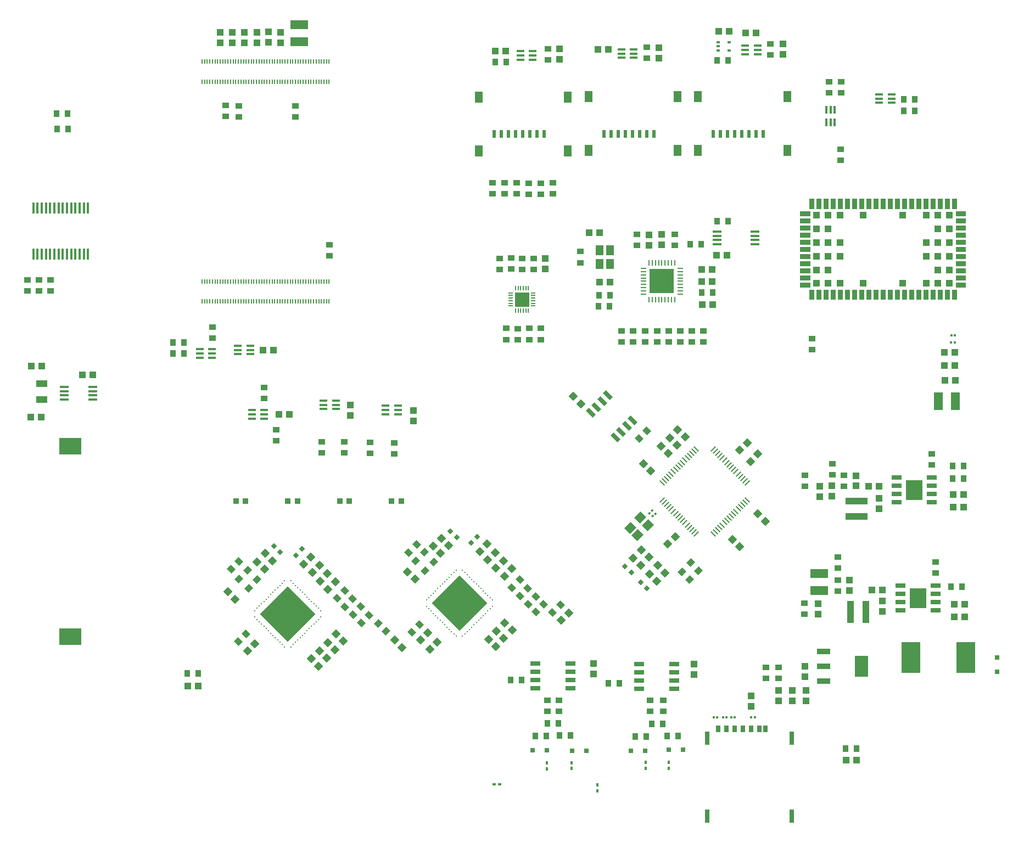
<source format=gtp>
G04*
G04 #@! TF.GenerationSoftware,Altium Limited,Altium Designer,25.5.2 (35)*
G04*
G04 Layer_Color=8421504*
%FSLAX44Y44*%
%MOMM*%
G71*
G04*
G04 #@! TF.SameCoordinates,7FE83EBB-F424-4E48-BF24-F714E467DA33*
G04*
G04*
G04 #@! TF.FilePolarity,Positive*
G04*
G01*
G75*
%ADD18R,0.9000X1.0000*%
%ADD19R,1.2000X0.4000*%
%ADD20R,1.0500X1.0500*%
%ADD21R,0.3600X0.3300*%
%ADD22R,1.0000X1.0000*%
%ADD23R,1.0000X0.9000*%
%ADD24R,1.0000X1.0000*%
%ADD25R,1.2500X1.8000*%
%ADD26R,0.4000X1.2000*%
%ADD27R,0.6000X0.4000*%
%ADD28R,0.6000X1.3000*%
%ADD29R,1.4750X0.4500*%
%ADD30R,1.1999X1.5001*%
G04:AMPARAMS|DCode=31|XSize=3.7mm|YSize=3.7mm|CornerRadius=0mm|HoleSize=0mm|Usage=FLASHONLY|Rotation=180.000|XOffset=0mm|YOffset=0mm|HoleType=Round|Shape=RoundedRectangle|*
%AMROUNDEDRECTD31*
21,1,3.7000,3.7000,0,0,180.0*
21,1,3.7000,3.7000,0,0,180.0*
1,1,0.0000,-1.8500,1.8500*
1,1,0.0000,1.8500,1.8500*
1,1,0.0000,1.8500,-1.8500*
1,1,0.0000,-1.8500,-1.8500*
%
%ADD31ROUNDEDRECTD31*%
%ADD32R,1.4800X2.8200*%
%ADD33R,1.5250X0.6500*%
%ADD34R,2.6000X3.1000*%
%ADD35R,0.8001X0.8001*%
%ADD36R,2.8200X1.4800*%
%ADD37R,2.1500X0.9500*%
%ADD38P,1.4142X4X360.0*%
%ADD39P,1.4142X4X90.0*%
G04:AMPARAMS|DCode=40|XSize=1.5mm|YSize=0.65mm|CornerRadius=0mm|HoleSize=0mm|Usage=FLASHONLY|Rotation=135.000|XOffset=0mm|YOffset=0mm|HoleType=Round|Shape=Rectangle|*
%AMROTATEDRECTD40*
4,1,4,0.7601,-0.3005,0.3005,-0.7601,-0.7601,0.3005,-0.3005,0.7601,0.7601,-0.3005,0.0*
%
%ADD40ROTATEDRECTD40*%

G04:AMPARAMS|DCode=41|XSize=0.22mm|YSize=1mm|CornerRadius=0mm|HoleSize=0mm|Usage=FLASHONLY|Rotation=135.000|XOffset=0mm|YOffset=0mm|HoleType=Round|Shape=Rectangle|*
%AMROTATEDRECTD41*
4,1,4,0.4313,0.2758,-0.2758,-0.4313,-0.4313,-0.2758,0.2758,0.4313,0.4313,0.2758,0.0*
%
%ADD41ROTATEDRECTD41*%

G04:AMPARAMS|DCode=42|XSize=0.22mm|YSize=1mm|CornerRadius=0mm|HoleSize=0mm|Usage=FLASHONLY|Rotation=45.000|XOffset=0mm|YOffset=0mm|HoleType=Round|Shape=Rectangle|*
%AMROTATEDRECTD42*
4,1,4,0.2758,-0.4313,-0.4313,0.2758,-0.2758,0.4313,0.4313,-0.2758,0.2758,-0.4313,0.0*
%
%ADD42ROTATEDRECTD42*%

G04:AMPARAMS|DCode=43|XSize=1mm|YSize=0.9mm|CornerRadius=0mm|HoleSize=0mm|Usage=FLASHONLY|Rotation=45.000|XOffset=0mm|YOffset=0mm|HoleType=Round|Shape=Rectangle|*
%AMROTATEDRECTD43*
4,1,4,-0.0354,-0.6718,-0.6718,-0.0354,0.0354,0.6718,0.6718,0.0354,-0.0354,-0.6718,0.0*
%
%ADD43ROTATEDRECTD43*%

G04:AMPARAMS|DCode=44|XSize=1.4mm|YSize=1.2mm|CornerRadius=0mm|HoleSize=0mm|Usage=FLASHONLY|Rotation=225.000|XOffset=0mm|YOffset=0mm|HoleType=Round|Shape=Rectangle|*
%AMROTATEDRECTD44*
4,1,4,0.0707,0.9192,0.9192,0.0707,-0.0707,-0.9192,-0.9192,-0.0707,0.0707,0.9192,0.0*
%
%ADD44ROTATEDRECTD44*%

%ADD45R,1.5000X0.6500*%
%ADD46R,0.8000X1.1400*%
%ADD47R,0.8001X0.8001*%
%ADD48R,0.4000X0.5500*%
%ADD49R,0.2000X0.7000*%
%ADD50R,2.3000X2.3000*%
%ADD51R,0.4500X1.8000*%
%ADD52C,0.3000*%
G04:AMPARAMS|DCode=53|XSize=6mm|YSize=6mm|CornerRadius=0mm|HoleSize=0mm|Usage=FLASHONLY|Rotation=315.000|XOffset=0mm|YOffset=0mm|HoleType=Round|Shape=RoundedRectangle|*
%AMROUNDEDRECTD53*
21,1,6.0000,6.0000,0,0,315.0*
21,1,6.0000,6.0000,0,0,315.0*
1,1,0.0000,0.0000,-4.2426*
1,1,0.0000,-4.2426,0.0000*
1,1,0.0000,0.0000,4.2426*
1,1,0.0000,4.2426,0.0000*
%
%ADD53ROUNDEDRECTD53*%
G04:AMPARAMS|DCode=54|XSize=1mm|YSize=0.9mm|CornerRadius=0mm|HoleSize=0mm|Usage=FLASHONLY|Rotation=315.000|XOffset=0mm|YOffset=0mm|HoleType=Round|Shape=Rectangle|*
%AMROTATEDRECTD54*
4,1,4,-0.6718,0.0354,-0.0354,0.6718,0.6718,-0.0354,0.0354,-0.6718,-0.6718,0.0354,0.0*
%
%ADD54ROTATEDRECTD54*%

%ADD55R,0.5500X0.4000*%
%ADD56R,1.4000X0.4500*%
%ADD57R,3.5000X2.6000*%
G04:AMPARAMS|DCode=58|XSize=0.7mm|YSize=0.65mm|CornerRadius=0mm|HoleSize=0mm|Usage=FLASHONLY|Rotation=315.000|XOffset=0mm|YOffset=0mm|HoleType=Round|Shape=Rectangle|*
%AMROTATEDRECTD58*
4,1,4,-0.4773,0.0177,-0.0177,0.4773,0.4773,-0.0177,0.0177,-0.4773,-0.4773,0.0177,0.0*
%
%ADD58ROTATEDRECTD58*%

G04:AMPARAMS|DCode=59|XSize=0.7mm|YSize=0.65mm|CornerRadius=0mm|HoleSize=0mm|Usage=FLASHONLY|Rotation=45.000|XOffset=0mm|YOffset=0mm|HoleType=Round|Shape=Rectangle|*
%AMROTATEDRECTD59*
4,1,4,-0.0177,-0.4773,-0.4773,-0.0177,0.0177,0.4773,0.4773,0.0177,-0.0177,-0.4773,0.0*
%
%ADD59ROTATEDRECTD59*%

%ADD60R,0.9000X0.2800*%
%ADD61R,0.2800X0.9000*%
%ADD62R,0.7000X0.2000*%
%ADD63R,1.8001X1.0000*%
G04:AMPARAMS|DCode=64|XSize=0.36mm|YSize=0.33mm|CornerRadius=0mm|HoleSize=0mm|Usage=FLASHONLY|Rotation=225.000|XOffset=0mm|YOffset=0mm|HoleType=Round|Shape=Rectangle|*
%AMROTATEDRECTD64*
4,1,4,0.0106,0.2439,0.2439,0.0106,-0.0106,-0.2439,-0.2439,-0.0106,0.0106,0.2439,0.0*
%
%ADD64ROTATEDRECTD64*%

%ADD65R,0.9500X0.9500*%
%ADD66R,2.1500X3.3000*%
%ADD67R,0.7000X2.1000*%
%ADD68R,0.9800X3.4000*%
%ADD69R,3.0000X4.7501*%
%ADD70R,3.4000X0.9800*%
G36*
X1484000Y950250D02*
X1476500D01*
Y965750D01*
X1484000D01*
Y950250D01*
D02*
G37*
G36*
X1473000D02*
X1465500D01*
Y965750D01*
X1473000D01*
Y950250D01*
D02*
G37*
G36*
X1462000D02*
X1454500D01*
Y965750D01*
X1462000D01*
Y950250D01*
D02*
G37*
G36*
X1451000D02*
X1443500D01*
Y965750D01*
X1451000D01*
Y950250D01*
D02*
G37*
G36*
X1440000D02*
X1432500D01*
Y965750D01*
X1440000D01*
Y950250D01*
D02*
G37*
G36*
X1429000D02*
X1421500D01*
Y965750D01*
X1429000D01*
Y950250D01*
D02*
G37*
G36*
X1418000D02*
X1410500D01*
Y965750D01*
X1418000D01*
Y950250D01*
D02*
G37*
G36*
X1407000D02*
X1399500D01*
Y965750D01*
X1407000D01*
Y950250D01*
D02*
G37*
G36*
X1396000D02*
X1388500D01*
Y965750D01*
X1396000D01*
Y950250D01*
D02*
G37*
G36*
X1385000D02*
X1377500D01*
Y965750D01*
X1385000D01*
Y950250D01*
D02*
G37*
G36*
X1374000D02*
X1366500D01*
Y965750D01*
X1374000D01*
Y950250D01*
D02*
G37*
G36*
X1363000D02*
X1355500D01*
Y965750D01*
X1363000D01*
Y950250D01*
D02*
G37*
G36*
X1352000D02*
X1344500D01*
Y965750D01*
X1352000D01*
Y950250D01*
D02*
G37*
G36*
X1341000D02*
X1333500D01*
Y965750D01*
X1341000D01*
Y950250D01*
D02*
G37*
G36*
X1330000D02*
X1322500D01*
Y965750D01*
X1330000D01*
Y950250D01*
D02*
G37*
G36*
X1319000D02*
X1311500D01*
Y965750D01*
X1319000D01*
Y950250D01*
D02*
G37*
G36*
X1308000D02*
X1300500D01*
Y965750D01*
X1308000D01*
Y950250D01*
D02*
G37*
G36*
X1297000D02*
X1289500D01*
Y965750D01*
X1297000D01*
Y950250D01*
D02*
G37*
G36*
X1286000D02*
X1278500D01*
Y965750D01*
X1286000D01*
Y950250D01*
D02*
G37*
G36*
X1275000D02*
X1267500D01*
Y965750D01*
X1275000D01*
Y950250D01*
D02*
G37*
G36*
X1264000D02*
X1256500D01*
Y965750D01*
X1264000D01*
Y950250D01*
D02*
G37*
G36*
X1498000Y939250D02*
X1482500D01*
Y946750D01*
X1498000D01*
Y939250D01*
D02*
G37*
G36*
X1258000D02*
X1242500D01*
Y946750D01*
X1258000D01*
Y939250D01*
D02*
G37*
G36*
X1498000Y928250D02*
X1482500D01*
Y935750D01*
X1498000D01*
Y928250D01*
D02*
G37*
G36*
X1258000D02*
X1242500D01*
Y935750D01*
X1258000D01*
Y928250D01*
D02*
G37*
G36*
X1498000Y917250D02*
X1482500D01*
Y924750D01*
X1498000D01*
Y917250D01*
D02*
G37*
G36*
X1258000D02*
X1242500D01*
Y924750D01*
X1258000D01*
Y917250D01*
D02*
G37*
G36*
X1498000Y906250D02*
X1482500D01*
Y913750D01*
X1498000D01*
Y906250D01*
D02*
G37*
G36*
X1258000D02*
X1242500D01*
Y913750D01*
X1258000D01*
Y906250D01*
D02*
G37*
G36*
X1498000Y895250D02*
X1482500D01*
Y902750D01*
X1498000D01*
Y895250D01*
D02*
G37*
G36*
X1258000D02*
X1242500D01*
Y902750D01*
X1258000D01*
Y895250D01*
D02*
G37*
G36*
X1498000Y884250D02*
X1482500D01*
Y891750D01*
X1498000D01*
Y884250D01*
D02*
G37*
G36*
X1258000D02*
X1242500D01*
Y891750D01*
X1258000D01*
Y884250D01*
D02*
G37*
G36*
X1498000Y873250D02*
X1482500D01*
Y880750D01*
X1498000D01*
Y873250D01*
D02*
G37*
G36*
X1258000D02*
X1242500D01*
Y880750D01*
X1258000D01*
Y873250D01*
D02*
G37*
G36*
X1498000Y862250D02*
X1482500D01*
Y869750D01*
X1498000D01*
Y862250D01*
D02*
G37*
G36*
X1258000D02*
X1242500D01*
Y869750D01*
X1258000D01*
Y862250D01*
D02*
G37*
G36*
X1498000Y851250D02*
X1482500D01*
Y858750D01*
X1498000D01*
Y851250D01*
D02*
G37*
G36*
X1258000D02*
X1242500D01*
Y858750D01*
X1258000D01*
Y851250D01*
D02*
G37*
G36*
X1498000Y840250D02*
X1482500D01*
Y847750D01*
X1498000D01*
Y840250D01*
D02*
G37*
G36*
X1258000D02*
X1242500D01*
Y847750D01*
X1258000D01*
Y840250D01*
D02*
G37*
G36*
X1498000Y829250D02*
X1482500D01*
Y836750D01*
X1498000D01*
Y829250D01*
D02*
G37*
G36*
X1258000D02*
X1242500D01*
Y836750D01*
X1258000D01*
Y829250D01*
D02*
G37*
G36*
X1484000Y810250D02*
X1476500D01*
Y825750D01*
X1484000D01*
Y810250D01*
D02*
G37*
G36*
X1473000D02*
X1465500D01*
Y825750D01*
X1473000D01*
Y810250D01*
D02*
G37*
G36*
X1462000D02*
X1454500D01*
Y825750D01*
X1462000D01*
Y810250D01*
D02*
G37*
G36*
X1451000D02*
X1443500D01*
Y825750D01*
X1451000D01*
Y810250D01*
D02*
G37*
G36*
X1440000D02*
X1432500D01*
Y825750D01*
X1440000D01*
Y810250D01*
D02*
G37*
G36*
X1429000D02*
X1421500D01*
Y825750D01*
X1429000D01*
Y810250D01*
D02*
G37*
G36*
X1418000D02*
X1410500D01*
Y825750D01*
X1418000D01*
Y810250D01*
D02*
G37*
G36*
X1407000D02*
X1399500D01*
Y825750D01*
X1407000D01*
Y810250D01*
D02*
G37*
G36*
X1396000D02*
X1388500D01*
Y825750D01*
X1396000D01*
Y810250D01*
D02*
G37*
G36*
X1385000D02*
X1377500D01*
Y825750D01*
X1385000D01*
Y810250D01*
D02*
G37*
G36*
X1374000D02*
X1366500D01*
Y825750D01*
X1374000D01*
Y810250D01*
D02*
G37*
G36*
X1363000D02*
X1355500D01*
Y825750D01*
X1363000D01*
Y810250D01*
D02*
G37*
G36*
X1352000D02*
X1344500D01*
Y825750D01*
X1352000D01*
Y810250D01*
D02*
G37*
G36*
X1341000D02*
X1333500D01*
Y825750D01*
X1341000D01*
Y810250D01*
D02*
G37*
G36*
X1330000D02*
X1322500D01*
Y825750D01*
X1330000D01*
Y810250D01*
D02*
G37*
G36*
X1319000D02*
X1311500D01*
Y825750D01*
X1319000D01*
Y810250D01*
D02*
G37*
G36*
X1308000D02*
X1300500D01*
Y825750D01*
X1308000D01*
Y810250D01*
D02*
G37*
G36*
X1297000D02*
X1289500D01*
Y825750D01*
X1297000D01*
Y810250D01*
D02*
G37*
G36*
X1286000D02*
X1278500D01*
Y825750D01*
X1286000D01*
Y810250D01*
D02*
G37*
G36*
X1275000D02*
X1267500D01*
Y825750D01*
X1275000D01*
Y810250D01*
D02*
G37*
G36*
X1264000D02*
X1256500D01*
Y825750D01*
X1264000D01*
Y810250D01*
D02*
G37*
D18*
X1419500Y1101750D02*
D03*
X1114750Y1179250D02*
D03*
X1107500Y821000D02*
D03*
X1494897Y553515D02*
D03*
X947000Y218500D02*
D03*
X988500Y136750D02*
D03*
X772000Y1176750D02*
D03*
X275250Y744500D02*
D03*
X796000Y224000D02*
D03*
X834500Y137250D02*
D03*
X1131250Y931500D02*
D03*
X1072750Y896000D02*
D03*
X1329750Y118000D02*
D03*
X314500Y233750D02*
D03*
X1054250Y137000D02*
D03*
X888000Y138250D02*
D03*
X813000Y224000D02*
D03*
X851500Y137250D02*
D03*
X853000Y156500D02*
D03*
X871000Y138250D02*
D03*
X870000Y156500D02*
D03*
X297500Y233750D02*
D03*
X1402500Y1101750D02*
D03*
X1419000Y1119750D02*
D03*
X1402000D02*
D03*
X1312750Y118000D02*
D03*
X292250Y744500D02*
D03*
X275250Y727250D02*
D03*
X292250D02*
D03*
X1090500Y821000D02*
D03*
X932250Y817500D02*
D03*
X949250D02*
D03*
X931750Y800500D02*
D03*
X948750D02*
D03*
X1089750Y896000D02*
D03*
X1114250Y931500D02*
D03*
X1131750Y1179250D02*
D03*
X789000Y1176750D02*
D03*
X964000Y218500D02*
D03*
X1030250Y155500D02*
D03*
X1013250D02*
D03*
X1037250Y137000D02*
D03*
X1005500Y136750D02*
D03*
X114000Y1073500D02*
D03*
X97000D02*
D03*
X96000Y1097500D02*
D03*
X113000D02*
D03*
X1477897Y553515D02*
D03*
X1494647Y534515D02*
D03*
X1477647D02*
D03*
X1492000Y367750D02*
D03*
X1475000D02*
D03*
D19*
X1383250Y1114000D02*
D03*
X1157750Y1195500D02*
D03*
X967000Y1190000D02*
D03*
X811000Y1187250D02*
D03*
X603250Y640250D02*
D03*
X507500Y648000D02*
D03*
X375500Y732750D02*
D03*
X316500Y734000D02*
D03*
X397250Y633500D02*
D03*
X1157750Y1202000D02*
D03*
X967000Y1196500D02*
D03*
X811000Y1193750D02*
D03*
X394500Y732750D02*
D03*
X622250Y640250D02*
D03*
X526500Y648000D02*
D03*
X416250Y633500D02*
D03*
X967000Y1183500D02*
D03*
X986000Y1196500D02*
D03*
X416250Y627000D02*
D03*
Y640000D02*
D03*
X1364250Y1114000D02*
D03*
Y1120500D02*
D03*
Y1127000D02*
D03*
X1383250D02*
D03*
Y1120500D02*
D03*
X394500Y726250D02*
D03*
Y739250D02*
D03*
X375500Y726250D02*
D03*
Y739250D02*
D03*
X316500Y727500D02*
D03*
Y721000D02*
D03*
X335500D02*
D03*
Y727500D02*
D03*
Y734000D02*
D03*
X1176750Y1202000D02*
D03*
Y1195500D02*
D03*
Y1189000D02*
D03*
X1157750D02*
D03*
X830000Y1193750D02*
D03*
Y1187250D02*
D03*
Y1180750D02*
D03*
X811000D02*
D03*
X397250Y640000D02*
D03*
Y627000D02*
D03*
X603250Y646750D02*
D03*
Y633750D02*
D03*
X622250D02*
D03*
Y646750D02*
D03*
X507500Y654500D02*
D03*
Y641500D02*
D03*
X526500D02*
D03*
Y654500D02*
D03*
X986000Y1183500D02*
D03*
Y1190000D02*
D03*
D20*
X1472750Y940500D02*
D03*
X1303750Y877500D02*
D03*
Y898500D02*
D03*
X1436750Y877500D02*
D03*
Y898500D02*
D03*
X1267750Y835500D02*
D03*
Y856500D02*
D03*
Y877500D02*
D03*
Y898500D02*
D03*
Y919500D02*
D03*
Y940500D02*
D03*
X1285750Y835500D02*
D03*
Y856500D02*
D03*
Y877500D02*
D03*
Y898500D02*
D03*
Y919500D02*
D03*
Y940500D02*
D03*
X1303750Y835500D02*
D03*
Y940500D02*
D03*
X1339750Y835500D02*
D03*
Y940500D02*
D03*
X1400750Y835500D02*
D03*
Y940500D02*
D03*
X1436750Y835500D02*
D03*
Y940500D02*
D03*
X1454750Y835500D02*
D03*
Y856500D02*
D03*
Y877500D02*
D03*
Y898500D02*
D03*
Y919500D02*
D03*
Y940500D02*
D03*
X1472750Y835500D02*
D03*
Y856500D02*
D03*
Y877500D02*
D03*
Y898500D02*
D03*
Y919500D02*
D03*
D21*
X1475630Y755520D02*
D03*
X1475430Y743980D02*
D03*
X1172550Y166000D02*
D03*
X1136250Y166250D02*
D03*
X1123450Y166000D02*
D03*
X1108900D02*
D03*
X1481030Y743980D02*
D03*
X1481230Y755520D02*
D03*
X1114500Y166000D02*
D03*
X1166950D02*
D03*
X1129050D02*
D03*
X1141850Y166250D02*
D03*
D22*
X1465500Y685750D02*
D03*
X1465251Y729000D02*
D03*
X1465250Y708500D02*
D03*
X1174250Y1222000D02*
D03*
X1116750Y1224000D02*
D03*
X930500Y1196500D02*
D03*
X1129750Y879250D02*
D03*
X1107000Y857250D02*
D03*
X917249Y914001D02*
D03*
X1106750Y838500D02*
D03*
X933249Y837500D02*
D03*
X1107250Y803000D02*
D03*
X1494147Y510015D02*
D03*
X1494647Y490765D02*
D03*
X1496250Y340500D02*
D03*
X1353250Y362500D02*
D03*
X1496500Y321000D02*
D03*
X1348397Y522765D02*
D03*
X1329250Y99750D02*
D03*
X772750Y1194000D02*
D03*
X455000Y633750D02*
D03*
X429997Y732748D02*
D03*
X314250Y214750D02*
D03*
X136000Y694500D02*
D03*
X57250Y708250D02*
D03*
X56000Y629000D02*
D03*
X1158250Y1222000D02*
D03*
X1113750Y879250D02*
D03*
X1091000Y857250D02*
D03*
X1091250Y803000D02*
D03*
X946500Y1196500D02*
D03*
X788750Y1194000D02*
D03*
X413997Y732748D02*
D03*
X439000Y633750D02*
D03*
X298250Y214750D02*
D03*
X73250Y708250D02*
D03*
X72000Y629000D02*
D03*
X152000Y694500D02*
D03*
X1481500Y685750D02*
D03*
X1481250Y708500D02*
D03*
X1481250Y729000D02*
D03*
X1313250Y99750D02*
D03*
X1090750Y838500D02*
D03*
X933249Y914001D02*
D03*
X949249Y837500D02*
D03*
X1132750Y1224000D02*
D03*
X1478647Y490765D02*
D03*
X1478147Y510015D02*
D03*
X1364397Y522765D02*
D03*
X1480500Y321000D02*
D03*
X1480250Y340500D02*
D03*
X1369250Y362500D02*
D03*
D23*
X1305500Y1146500D02*
D03*
X1260500Y733250D02*
D03*
X1291897Y557515D02*
D03*
X1301000Y413000D02*
D03*
X831750Y874000D02*
D03*
X789500Y749000D02*
D03*
X516500Y895250D02*
D03*
X967250Y745250D02*
D03*
X985000Y745500D02*
D03*
X1049000Y911250D02*
D03*
X990750Y911500D02*
D03*
X1209500Y243250D02*
D03*
X1189500Y243250D02*
D03*
X579250Y590250D02*
D03*
X616750Y589750D02*
D03*
X539750Y591000D02*
D03*
X505000Y591500D02*
D03*
X415500Y674750D02*
D03*
X434500Y593000D02*
D03*
X1189500Y226250D02*
D03*
X376750Y1092250D02*
D03*
X356500Y1093500D02*
D03*
X1093000Y745250D02*
D03*
Y762250D02*
D03*
X1075500Y745250D02*
D03*
Y762250D02*
D03*
X852500Y192500D02*
D03*
X1451500Y405750D02*
D03*
X1249250Y325000D02*
D03*
X870500Y192250D02*
D03*
X852500Y175500D02*
D03*
X870500Y175250D02*
D03*
X831750Y857000D02*
D03*
X842500Y766000D02*
D03*
Y749000D02*
D03*
X825000Y766000D02*
D03*
Y749000D02*
D03*
X807000Y765750D02*
D03*
Y748750D02*
D03*
X814000Y857000D02*
D03*
Y874000D02*
D03*
X796500Y857500D02*
D03*
Y874500D02*
D03*
X779000Y857250D02*
D03*
Y874250D02*
D03*
X789500Y766000D02*
D03*
X824250Y973250D02*
D03*
X787000Y973500D02*
D03*
X805250D02*
D03*
X768500Y974000D02*
D03*
X86250Y824250D02*
D03*
X1005750Y1200000D02*
D03*
X434500Y610000D02*
D03*
X415500Y657750D02*
D03*
X1305250Y1042500D02*
D03*
Y1025500D02*
D03*
X1260500Y750250D02*
D03*
X1287500Y1146250D02*
D03*
Y1129250D02*
D03*
X1305500Y1129500D02*
D03*
X336250Y751250D02*
D03*
Y768250D02*
D03*
X86250Y841250D02*
D03*
X51250Y824000D02*
D03*
Y841000D02*
D03*
X68750Y824000D02*
D03*
Y841000D02*
D03*
X1451500Y388750D02*
D03*
X464500Y1092250D02*
D03*
X505000Y574500D02*
D03*
X539750Y574000D02*
D03*
X579250Y573250D02*
D03*
X616750Y572750D02*
D03*
X861250Y973500D02*
D03*
X842500Y973250D02*
D03*
X1057250Y762500D02*
D03*
Y745500D02*
D03*
X1021750Y762250D02*
D03*
Y745250D02*
D03*
X1039500Y762500D02*
D03*
Y745500D02*
D03*
X1003500Y762500D02*
D03*
Y745500D02*
D03*
X967250Y762250D02*
D03*
X985000Y762500D02*
D03*
X990750Y894500D02*
D03*
X1049000Y894250D02*
D03*
X903499Y867500D02*
D03*
Y884501D02*
D03*
X1196250Y1205000D02*
D03*
Y1188000D02*
D03*
X853750Y1197500D02*
D03*
X787000Y990500D02*
D03*
X768500Y991000D02*
D03*
X824250Y990250D02*
D03*
X861250Y990500D02*
D03*
X842500Y990250D02*
D03*
X805250Y990500D02*
D03*
X1005750Y1183000D02*
D03*
X853750Y1180500D02*
D03*
X1010750Y175500D02*
D03*
Y192500D02*
D03*
X1031500Y175250D02*
D03*
Y192250D02*
D03*
X516500Y878250D02*
D03*
X464500Y1109250D02*
D03*
X356500Y1110500D02*
D03*
X376750Y1109250D02*
D03*
X1209500Y226250D02*
D03*
X1445147Y555515D02*
D03*
Y572515D02*
D03*
X1250000Y539500D02*
D03*
Y522500D02*
D03*
X1291897Y540515D02*
D03*
X1310147Y539765D02*
D03*
Y522765D02*
D03*
X1301000Y396000D02*
D03*
X1249250Y342000D02*
D03*
X1301000Y377500D02*
D03*
Y360500D02*
D03*
D24*
X1215750Y1188750D02*
D03*
X1024500Y1183250D02*
D03*
X871750Y1181000D02*
D03*
X1029250Y911000D02*
D03*
X1009250Y910500D02*
D03*
X1291647Y507015D02*
D03*
X1272397Y506765D02*
D03*
X1270500Y325000D02*
D03*
X1250000Y228750D02*
D03*
X1079000Y232500D02*
D03*
X923750Y232750D02*
D03*
X1251500Y191500D02*
D03*
X1230750Y191750D02*
D03*
X1209500D02*
D03*
X1166750Y199000D02*
D03*
X441500Y1223000D02*
D03*
X423000Y1223250D02*
D03*
X385500Y1223000D02*
D03*
X404500Y1222750D02*
D03*
X366750Y1223000D02*
D03*
X347750D02*
D03*
X849250Y873750D02*
D03*
X646088Y622953D02*
D03*
X548500Y631500D02*
D03*
X1029250Y895000D02*
D03*
X849250Y857750D02*
D03*
X548500Y647500D02*
D03*
X646088Y638953D02*
D03*
X1250000Y244750D02*
D03*
X1079000Y248500D02*
D03*
X923750Y248750D02*
D03*
X441500Y1207000D02*
D03*
X423000Y1207250D02*
D03*
X385500Y1207000D02*
D03*
X404500Y1206750D02*
D03*
X366750Y1207000D02*
D03*
X347750D02*
D03*
X1024500Y1199250D02*
D03*
X1166750Y183000D02*
D03*
X1009250Y894500D02*
D03*
X1215750Y1204750D02*
D03*
X871750Y1197000D02*
D03*
X1209500Y207750D02*
D03*
X1230750D02*
D03*
X1251500Y207500D02*
D03*
X1272397Y522765D02*
D03*
X1291647Y523015D02*
D03*
X1328897Y539015D02*
D03*
Y523015D02*
D03*
X1364147Y503515D02*
D03*
Y487515D02*
D03*
X1270500Y341000D02*
D03*
X1318500Y378000D02*
D03*
Y362000D02*
D03*
X1369250Y345250D02*
D03*
Y329250D02*
D03*
D25*
X1222450Y1123500D02*
D03*
Y1040500D02*
D03*
X1084950Y1123500D02*
D03*
X1053500Y1123500D02*
D03*
X916000D02*
D03*
X884450Y1123000D02*
D03*
X1084950Y1040500D02*
D03*
X1053500D02*
D03*
X916000D02*
D03*
X884450Y1040000D02*
D03*
X746950Y1123000D02*
D03*
Y1040000D02*
D03*
D26*
X1295932Y1103249D02*
D03*
Y1084249D02*
D03*
X1289432D02*
D03*
X1282932D02*
D03*
Y1103249D02*
D03*
X1289432D02*
D03*
D27*
X1115750Y1194750D02*
D03*
Y1207750D02*
D03*
Y1201250D02*
D03*
X1132750Y1207750D02*
D03*
Y1194750D02*
D03*
D28*
X1130750Y1066500D02*
D03*
X961800D02*
D03*
X792750Y1066000D02*
D03*
X994800Y1066500D02*
D03*
X1005800D02*
D03*
X1108750D02*
D03*
X983800D02*
D03*
X1016800D02*
D03*
X972800D02*
D03*
X939800D02*
D03*
X950800D02*
D03*
X1185750D02*
D03*
X1163750D02*
D03*
X1174750D02*
D03*
X1119750D02*
D03*
X1141750D02*
D03*
X1152750D02*
D03*
X814750Y1066000D02*
D03*
X770750D02*
D03*
X781750D02*
D03*
X803750D02*
D03*
X825750D02*
D03*
X836750D02*
D03*
X847750D02*
D03*
D29*
X1172880Y915500D02*
D03*
X1114120Y902500D02*
D03*
Y896000D02*
D03*
X1172880D02*
D03*
Y902500D02*
D03*
Y909000D02*
D03*
X1114120Y915500D02*
D03*
Y909000D02*
D03*
D30*
X949500Y886500D02*
D03*
X933498Y865500D02*
D03*
X949500D02*
D03*
X933498Y886500D02*
D03*
D31*
X1029250Y838750D02*
D03*
D32*
X1455550Y654000D02*
D03*
X1481950D02*
D03*
D33*
X1445147Y497915D02*
D03*
X1451240Y331150D02*
D03*
Y369250D02*
D03*
X1445147Y510615D02*
D03*
Y523315D02*
D03*
Y536015D02*
D03*
X1390907D02*
D03*
Y523315D02*
D03*
Y510615D02*
D03*
Y497915D02*
D03*
X1451240Y343850D02*
D03*
Y356550D02*
D03*
X1397000Y369250D02*
D03*
Y356550D02*
D03*
Y343850D02*
D03*
Y331150D02*
D03*
D34*
X1418027Y516965D02*
D03*
X1424120Y350200D02*
D03*
D35*
X1546000Y236749D02*
D03*
Y258751D02*
D03*
D36*
X1272000Y387950D02*
D03*
X469750Y1234450D02*
D03*
Y1208050D02*
D03*
X1272000Y361550D02*
D03*
D37*
X1278750Y268000D02*
D03*
Y245000D02*
D03*
Y222000D02*
D03*
D38*
X1160750Y589314D02*
D03*
X1177000Y572064D02*
D03*
X1038437Y433500D02*
D03*
X874093Y315843D02*
D03*
X760000Y433250D02*
D03*
X784907Y407407D02*
D03*
X772157Y420157D02*
D03*
X797657Y395157D02*
D03*
X501407Y400970D02*
D03*
X488157Y413721D02*
D03*
X656843Y285343D02*
D03*
X525750Y374813D02*
D03*
X513657Y387721D02*
D03*
X671686Y270936D02*
D03*
X390436Y268500D02*
D03*
X401750Y279814D02*
D03*
X514436Y363500D02*
D03*
X502343Y376407D02*
D03*
X490093Y389657D02*
D03*
X476843Y402407D02*
D03*
X1149436Y578000D02*
D03*
X668157Y296657D02*
D03*
X683000Y282250D02*
D03*
X760843Y408843D02*
D03*
X773593Y396093D02*
D03*
X786343Y383843D02*
D03*
X748687Y421936D02*
D03*
X885407Y327157D02*
D03*
X1165686Y560750D02*
D03*
X1049750Y444814D02*
D03*
D39*
X1053686Y609666D02*
D03*
X1041186Y597314D02*
D03*
X892909Y661159D02*
D03*
X1028030Y584720D02*
D03*
X1000779Y557470D02*
D03*
X1188750Y468500D02*
D03*
X1149250Y429250D02*
D03*
X1034343Y388972D02*
D03*
X1009250Y413250D02*
D03*
X996500Y400500D02*
D03*
X1021250Y375816D02*
D03*
X689343Y442407D02*
D03*
X687563Y418936D02*
D03*
X417529Y418970D02*
D03*
X416500Y394500D02*
D03*
X637093Y390657D02*
D03*
X798407Y300593D02*
D03*
X785407Y287593D02*
D03*
X537907Y283343D02*
D03*
X360029Y359721D02*
D03*
X773500Y275250D02*
D03*
X628750Y274000D02*
D03*
X525343Y270157D02*
D03*
X512750Y257500D02*
D03*
X499907Y245093D02*
D03*
X526593Y294657D02*
D03*
X514030Y281471D02*
D03*
X501436Y268814D02*
D03*
X488593Y256407D02*
D03*
X371343Y348407D02*
D03*
X428843Y407657D02*
D03*
X617436Y285313D02*
D03*
X405186Y405814D02*
D03*
X904222Y649845D02*
D03*
X1052500Y586000D02*
D03*
X1039343Y573407D02*
D03*
X1177437Y479813D02*
D03*
X1137936Y440564D02*
D03*
X787093Y311907D02*
D03*
X774093Y298907D02*
D03*
X762186Y286564D02*
D03*
X676250Y430250D02*
D03*
X648407Y379343D02*
D03*
X700657Y431093D02*
D03*
X997936Y424564D02*
D03*
X985186Y411814D02*
D03*
X1023029Y400286D02*
D03*
X1009936Y387129D02*
D03*
X1012093Y546157D02*
D03*
X1065000Y598352D02*
D03*
D40*
X946222Y662719D02*
D03*
X919281Y635778D02*
D03*
X928261Y644759D02*
D03*
X937241Y653739D02*
D03*
X984406Y624536D02*
D03*
X975425Y615555D02*
D03*
X966445Y606575D02*
D03*
X957465Y597595D02*
D03*
D41*
X1154210Y534485D02*
D03*
X1111784Y576912D02*
D03*
X1029405Y501605D02*
D03*
X1078903Y452107D02*
D03*
X1064761Y466249D02*
D03*
X1061225Y469785D02*
D03*
X1071832Y459178D02*
D03*
X1043548Y487462D02*
D03*
X1129461Y559234D02*
D03*
X1082438Y448572D02*
D03*
X1108248Y580447D02*
D03*
X1115319Y573376D02*
D03*
X1118854Y569840D02*
D03*
X1122390Y566305D02*
D03*
X1125926Y562769D02*
D03*
X1132997Y555698D02*
D03*
X1136532Y552163D02*
D03*
X1140068Y548627D02*
D03*
X1143603Y545092D02*
D03*
X1147139Y541556D02*
D03*
X1150675Y538021D02*
D03*
X1157745Y530949D02*
D03*
X1161281Y527414D02*
D03*
X1075368Y455642D02*
D03*
X1068296Y462714D02*
D03*
X1057690Y473320D02*
D03*
X1054154Y476856D02*
D03*
X1050619Y480391D02*
D03*
X1047083Y483927D02*
D03*
X1040012Y490998D02*
D03*
X1036477Y494533D02*
D03*
X1032941Y498069D02*
D03*
D42*
X1075368Y573376D02*
D03*
X1136532Y476856D02*
D03*
X1078903Y576911D02*
D03*
X1157745Y498069D02*
D03*
X1057690Y555698D02*
D03*
X1118854Y459178D02*
D03*
X1140068Y480391D02*
D03*
X1108248Y448572D02*
D03*
X1029405Y527414D02*
D03*
X1032941Y530949D02*
D03*
X1036477Y534485D02*
D03*
X1040012Y538021D02*
D03*
X1043548Y541556D02*
D03*
X1047083Y545092D02*
D03*
X1050619Y548627D02*
D03*
X1054154Y552163D02*
D03*
X1061225Y559234D02*
D03*
X1064761Y562769D02*
D03*
X1068296Y566305D02*
D03*
X1071832Y569840D02*
D03*
X1082438Y580447D02*
D03*
X1161281Y501605D02*
D03*
X1154210Y494533D02*
D03*
X1150675Y490998D02*
D03*
X1147139Y487462D02*
D03*
X1143603Y483927D02*
D03*
X1132997Y473320D02*
D03*
X1129461Y469785D02*
D03*
X1125926Y466249D02*
D03*
X1122390Y462714D02*
D03*
X1115319Y455642D02*
D03*
X1111784Y452107D02*
D03*
D43*
X1073833Y404417D02*
D03*
X664207Y392358D02*
D03*
X391800Y364765D02*
D03*
X376951Y379614D02*
D03*
X405235Y378200D02*
D03*
X390386Y393049D02*
D03*
X603604Y298896D02*
D03*
X591583Y310917D02*
D03*
X662793Y420642D02*
D03*
X677642Y405793D02*
D03*
X649358Y407207D02*
D03*
X1085854Y392396D02*
D03*
X1071854Y378646D02*
D03*
X1059833Y390667D02*
D03*
D44*
X1007507Y462657D02*
D03*
X980637Y458414D02*
D03*
X996194Y473970D02*
D03*
X991951Y447100D02*
D03*
D45*
X888250Y211200D02*
D03*
X1048000Y210450D02*
D03*
X888250Y236600D02*
D03*
X834250Y211200D02*
D03*
X1048000Y248550D02*
D03*
X888250Y249300D02*
D03*
Y223900D02*
D03*
X834250Y236600D02*
D03*
Y223900D02*
D03*
Y249300D02*
D03*
X1048000Y235850D02*
D03*
Y223150D02*
D03*
X994000Y210450D02*
D03*
Y223150D02*
D03*
Y235850D02*
D03*
Y248550D02*
D03*
D46*
X1179746Y148460D02*
D03*
X1116246D02*
D03*
X1167046D02*
D03*
X1128946D02*
D03*
X1141646D02*
D03*
X1189247D02*
D03*
X1154346D02*
D03*
D47*
X1062251Y115750D02*
D03*
X981749Y114500D02*
D03*
X912501D02*
D03*
X829998Y115000D02*
D03*
X852000D02*
D03*
X890500Y114500D02*
D03*
X1003750D02*
D03*
X1040249Y115750D02*
D03*
D48*
X929500Y52750D02*
D03*
X852250Y95500D02*
D03*
Y86500D02*
D03*
X890250Y87000D02*
D03*
Y96000D02*
D03*
X1040000Y96750D02*
D03*
Y87750D02*
D03*
X929500Y61750D02*
D03*
X1004500Y96500D02*
D03*
Y87500D02*
D03*
D49*
X472193Y1177458D02*
D03*
X432193D02*
D03*
X452193D02*
D03*
X504193D02*
D03*
X492193D02*
D03*
X516193D02*
D03*
X456193Y1146658D02*
D03*
X476193D02*
D03*
X388193Y1177458D02*
D03*
X376193D02*
D03*
X412193D02*
D03*
X400193Y1146658D02*
D03*
X416193D02*
D03*
X400193Y1177458D02*
D03*
X372193Y1146658D02*
D03*
X388193D02*
D03*
X516193D02*
D03*
X504193D02*
D03*
X492193D02*
D03*
X436193D02*
D03*
X823500Y828276D02*
D03*
X504193Y838259D02*
D03*
X492193D02*
D03*
X372193D02*
D03*
X336193D02*
D03*
X348193D02*
D03*
X480193D02*
D03*
X468193D02*
D03*
X456193D02*
D03*
X444193D02*
D03*
X432193Y807459D02*
D03*
X492193D02*
D03*
X480193D02*
D03*
X504193D02*
D03*
X456193D02*
D03*
X444193D02*
D03*
X468193D02*
D03*
X396193Y838259D02*
D03*
X384193D02*
D03*
X408193D02*
D03*
X360193D02*
D03*
X336193Y807459D02*
D03*
X348193D02*
D03*
X408193D02*
D03*
X396193D02*
D03*
X420193D02*
D03*
X372193D02*
D03*
X360193D02*
D03*
X384193D02*
D03*
X324193Y1146658D02*
D03*
Y838259D02*
D03*
Y807459D02*
D03*
X819500Y828276D02*
D03*
X352193Y1146658D02*
D03*
X348193D02*
D03*
X364193D02*
D03*
X352193Y1177458D02*
D03*
X356193D02*
D03*
X344193D02*
D03*
X348193D02*
D03*
X364193D02*
D03*
X360193D02*
D03*
X803500Y828276D02*
D03*
X807500D02*
D03*
X811500D02*
D03*
X815500D02*
D03*
X823500Y793224D02*
D03*
X819500D02*
D03*
X815500D02*
D03*
X811500D02*
D03*
X807500D02*
D03*
X803500D02*
D03*
X396193Y1146658D02*
D03*
X392193Y1177458D02*
D03*
X404193D02*
D03*
X384193D02*
D03*
X380193D02*
D03*
X396193D02*
D03*
X320193Y1146658D02*
D03*
X408193Y1177458D02*
D03*
X412193Y1146658D02*
D03*
X344193D02*
D03*
X340193D02*
D03*
X328193Y1177458D02*
D03*
X432193Y1146658D02*
D03*
X320193Y807459D02*
D03*
Y838259D02*
D03*
X328193Y807459D02*
D03*
Y838259D02*
D03*
X332193Y807459D02*
D03*
Y838259D02*
D03*
X340193Y807459D02*
D03*
Y838259D02*
D03*
X344193Y807459D02*
D03*
Y838259D02*
D03*
X352193Y807459D02*
D03*
Y838259D02*
D03*
X356193Y807459D02*
D03*
Y838259D02*
D03*
X364193Y807459D02*
D03*
Y838259D02*
D03*
X368193Y807459D02*
D03*
Y838259D02*
D03*
X376193Y807459D02*
D03*
Y838259D02*
D03*
X380193Y807459D02*
D03*
Y838259D02*
D03*
X388193Y807459D02*
D03*
Y838259D02*
D03*
X392193Y807459D02*
D03*
Y838259D02*
D03*
X400193Y807459D02*
D03*
Y838259D02*
D03*
X404193Y807459D02*
D03*
Y838259D02*
D03*
X412193Y807459D02*
D03*
Y838259D02*
D03*
X416193Y807459D02*
D03*
Y838259D02*
D03*
X420193D02*
D03*
X424193Y807459D02*
D03*
Y838259D02*
D03*
X428193Y807459D02*
D03*
Y838259D02*
D03*
X432193D02*
D03*
X436193Y807459D02*
D03*
Y838259D02*
D03*
X440193Y807459D02*
D03*
Y838259D02*
D03*
X448193Y807459D02*
D03*
Y838259D02*
D03*
X452193Y807459D02*
D03*
Y838259D02*
D03*
X460193Y807459D02*
D03*
Y838259D02*
D03*
X464193Y807459D02*
D03*
Y838259D02*
D03*
X472193Y807459D02*
D03*
Y838259D02*
D03*
X476193Y807459D02*
D03*
Y838259D02*
D03*
X484193Y807459D02*
D03*
Y838259D02*
D03*
X488193Y807459D02*
D03*
Y838259D02*
D03*
X496193Y807459D02*
D03*
Y838259D02*
D03*
X500193Y807459D02*
D03*
Y838259D02*
D03*
X508193Y807459D02*
D03*
Y838259D02*
D03*
X512193Y807459D02*
D03*
Y838259D02*
D03*
X516193Y807459D02*
D03*
Y838259D02*
D03*
X320193Y1177458D02*
D03*
X324193D02*
D03*
X328193Y1146658D02*
D03*
X332193D02*
D03*
Y1177458D02*
D03*
X336193Y1146658D02*
D03*
Y1177458D02*
D03*
X340193D02*
D03*
X356193Y1146658D02*
D03*
X360193D02*
D03*
X368193D02*
D03*
Y1177458D02*
D03*
X372193D02*
D03*
X376193Y1146658D02*
D03*
X380193D02*
D03*
X384193D02*
D03*
X392193D02*
D03*
X404193D02*
D03*
X408193D02*
D03*
X416193Y1177458D02*
D03*
X420193Y1146658D02*
D03*
Y1177458D02*
D03*
X424193Y1146658D02*
D03*
Y1177458D02*
D03*
X428193Y1146658D02*
D03*
Y1177458D02*
D03*
X436193D02*
D03*
X440193Y1146658D02*
D03*
Y1177458D02*
D03*
X444193Y1146658D02*
D03*
Y1177458D02*
D03*
X448193Y1146658D02*
D03*
Y1177458D02*
D03*
X452193Y1146658D02*
D03*
X456193Y1177458D02*
D03*
X460193Y1146658D02*
D03*
Y1177458D02*
D03*
X464193Y1146658D02*
D03*
Y1177458D02*
D03*
X468193Y1146658D02*
D03*
Y1177458D02*
D03*
X472193Y1146658D02*
D03*
X476193Y1177458D02*
D03*
X480193Y1146658D02*
D03*
Y1177458D02*
D03*
X484193Y1146658D02*
D03*
Y1177458D02*
D03*
X488193Y1146658D02*
D03*
Y1177458D02*
D03*
X496193Y1146658D02*
D03*
Y1177458D02*
D03*
X500193Y1146658D02*
D03*
Y1177458D02*
D03*
X508193Y1146658D02*
D03*
Y1177458D02*
D03*
X512193Y1146658D02*
D03*
Y1177458D02*
D03*
D50*
X813500Y810750D02*
D03*
D51*
X118500Y952000D02*
D03*
X105500Y881000D02*
D03*
X112000Y952000D02*
D03*
X66500Y881000D02*
D03*
X73000D02*
D03*
X86000D02*
D03*
X125000Y952000D02*
D03*
X60000Y881000D02*
D03*
X79500D02*
D03*
X92500D02*
D03*
X99000D02*
D03*
X112000D02*
D03*
X118500D02*
D03*
X125000D02*
D03*
X131500D02*
D03*
X138000D02*
D03*
X144500D02*
D03*
Y952000D02*
D03*
X138000D02*
D03*
X131500D02*
D03*
X105500D02*
D03*
X99000D02*
D03*
X92500D02*
D03*
X86000D02*
D03*
X79500D02*
D03*
X73000D02*
D03*
X66500D02*
D03*
X60000D02*
D03*
D52*
X725485Y389376D02*
D03*
X680230Y322908D02*
D03*
X683766Y319373D02*
D03*
X460828Y373033D02*
D03*
X419109Y303029D02*
D03*
X415574Y306565D02*
D03*
X489113Y344748D02*
D03*
X485577Y348284D02*
D03*
X503255Y330607D02*
D03*
X499719Y334142D02*
D03*
X496184Y337678D02*
D03*
X492648Y341213D02*
D03*
X464364Y369497D02*
D03*
X467900Y365962D02*
D03*
X457293Y376569D02*
D03*
X478506Y355355D02*
D03*
X474971Y358891D02*
D03*
X482042Y351820D02*
D03*
X471435Y362426D02*
D03*
X503255Y320707D02*
D03*
X499719Y317172D02*
D03*
X496184Y313636D02*
D03*
X492648Y310100D02*
D03*
X489113Y306565D02*
D03*
X485577Y303029D02*
D03*
X482042Y299494D02*
D03*
X478506Y295958D02*
D03*
X474971Y292423D02*
D03*
X471435Y288887D02*
D03*
X467900Y285352D02*
D03*
X464364Y281816D02*
D03*
X460828Y278281D02*
D03*
X457293Y274745D02*
D03*
X447393Y376569D02*
D03*
X443858Y373033D02*
D03*
X440322Y369497D02*
D03*
X436787Y365962D02*
D03*
X433251Y362426D02*
D03*
X429716Y358891D02*
D03*
X426180Y355355D02*
D03*
X422645Y351820D02*
D03*
X419109Y348284D02*
D03*
X415574Y344748D02*
D03*
X412038Y341213D02*
D03*
X408503Y337678D02*
D03*
X404967Y334142D02*
D03*
X401431Y330607D02*
D03*
Y320707D02*
D03*
X429716Y292423D02*
D03*
X433251Y288887D02*
D03*
X443858Y278281D02*
D03*
X447393Y274745D02*
D03*
X436787Y285352D02*
D03*
X440322Y281816D02*
D03*
X412038Y310100D02*
D03*
X408503Y313636D02*
D03*
X404967Y317172D02*
D03*
X422645Y299494D02*
D03*
X426180Y295958D02*
D03*
X753770Y322908D02*
D03*
X750234Y319373D02*
D03*
X743163Y312302D02*
D03*
X739627Y308766D02*
D03*
X697908Y305231D02*
D03*
X704979Y298159D02*
D03*
X701443Y301695D02*
D03*
X687301Y315837D02*
D03*
X676695Y357556D02*
D03*
X690837Y312302D02*
D03*
X736092Y378770D02*
D03*
X739627Y375234D02*
D03*
X746699Y368163D02*
D03*
X757305Y357556D02*
D03*
X712050Y392912D02*
D03*
X704979Y385841D02*
D03*
X690837Y371698D02*
D03*
X746699Y315837D02*
D03*
X767912Y337050D02*
D03*
X764376Y333515D02*
D03*
X760840Y329979D02*
D03*
X757305Y326444D02*
D03*
X736092Y305231D02*
D03*
X732557Y301695D02*
D03*
X729021Y298159D02*
D03*
X725485Y294624D02*
D03*
X721950Y291088D02*
D03*
X712050D02*
D03*
X708515Y294624D02*
D03*
X694373Y308766D02*
D03*
X676695Y326444D02*
D03*
X673160Y329979D02*
D03*
X669624Y333515D02*
D03*
X666088Y337050D02*
D03*
Y346950D02*
D03*
X669624Y350485D02*
D03*
X673160Y354021D02*
D03*
X680230Y361092D02*
D03*
X683766Y364627D02*
D03*
X687301Y368163D02*
D03*
X694373Y375234D02*
D03*
X697908Y378770D02*
D03*
X701443Y382305D02*
D03*
X708515Y389376D02*
D03*
X721950Y392912D02*
D03*
X729021Y385841D02*
D03*
X732557Y382305D02*
D03*
X743163Y371698D02*
D03*
X750234Y364627D02*
D03*
X753770Y361092D02*
D03*
X760840Y354021D02*
D03*
X764376Y350485D02*
D03*
X767912Y346950D02*
D03*
D53*
X717000Y342000D02*
D03*
X452343Y325657D02*
D03*
D54*
X643740Y297490D02*
D03*
X375833Y283146D02*
D03*
X364833Y394646D02*
D03*
X376853Y406667D02*
D03*
X387854Y295167D02*
D03*
X552614Y348678D02*
D03*
X540593Y336657D02*
D03*
X540114Y361428D02*
D03*
X528093Y349407D02*
D03*
X565114Y336678D02*
D03*
X553093Y324657D02*
D03*
X577614Y323928D02*
D03*
X565593Y311907D02*
D03*
X651010Y432510D02*
D03*
X822511Y365261D02*
D03*
X835010Y352761D02*
D03*
X810021Y378271D02*
D03*
X860740Y327740D02*
D03*
X847250Y340250D02*
D03*
X872760Y339760D02*
D03*
X798000Y366250D02*
D03*
X810490Y353240D02*
D03*
X822990Y340740D02*
D03*
X835229Y328229D02*
D03*
X655761Y309510D02*
D03*
X638989Y420490D02*
D03*
X1006326Y608012D02*
D03*
X994305Y595992D02*
D03*
D55*
X770500Y62500D02*
D03*
X779500D02*
D03*
D56*
X108000Y656250D02*
D03*
X152000Y675750D02*
D03*
Y669250D02*
D03*
Y662750D02*
D03*
Y656250D02*
D03*
X108000Y662750D02*
D03*
Y669250D02*
D03*
Y675750D02*
D03*
D57*
X117250Y290250D02*
D03*
Y584250D02*
D03*
D58*
X464821Y416135D02*
D03*
X474366Y425679D02*
D03*
X744272Y444772D02*
D03*
X734728Y435228D02*
D03*
D59*
X440865Y420885D02*
D03*
X431321Y430429D02*
D03*
X1006137Y364928D02*
D03*
X982115Y389647D02*
D03*
X712750Y443750D02*
D03*
X703206Y453294D02*
D03*
X996593Y374473D02*
D03*
X972571Y399192D02*
D03*
D60*
X1057250Y828750D02*
D03*
Y843750D02*
D03*
Y818750D02*
D03*
X1001250Y853750D02*
D03*
Y818750D02*
D03*
Y823750D02*
D03*
Y828750D02*
D03*
Y833750D02*
D03*
Y838750D02*
D03*
Y843750D02*
D03*
Y848750D02*
D03*
Y858750D02*
D03*
X1057250D02*
D03*
Y853750D02*
D03*
Y848750D02*
D03*
Y838750D02*
D03*
Y833750D02*
D03*
Y823750D02*
D03*
D61*
X1029250Y866750D02*
D03*
Y810750D02*
D03*
X1009250Y866750D02*
D03*
X1044250Y810750D02*
D03*
X1049250D02*
D03*
X1014250Y866750D02*
D03*
X1019250D02*
D03*
X1024250D02*
D03*
X1034250D02*
D03*
X1039250D02*
D03*
X1044250D02*
D03*
X1049250D02*
D03*
X1039250Y810750D02*
D03*
X1034250D02*
D03*
X1024250D02*
D03*
X1019250D02*
D03*
X1014250D02*
D03*
X1009250D02*
D03*
D62*
X795974Y800750D02*
D03*
Y804750D02*
D03*
Y808750D02*
D03*
Y812750D02*
D03*
Y816750D02*
D03*
Y820750D02*
D03*
X831026D02*
D03*
Y816750D02*
D03*
Y812750D02*
D03*
Y808750D02*
D03*
Y804750D02*
D03*
Y800750D02*
D03*
D63*
X72750Y656001D02*
D03*
Y680999D02*
D03*
D64*
X1010468Y481237D02*
D03*
X1014427Y485197D02*
D03*
X1015561Y476394D02*
D03*
X1019521Y480354D02*
D03*
D65*
X372456Y499921D02*
D03*
X452455D02*
D03*
X627456D02*
D03*
X612456D02*
D03*
X547456D02*
D03*
X532456D02*
D03*
X467456D02*
D03*
X387456D02*
D03*
D66*
X1336750Y245000D02*
D03*
D67*
X1229547Y13660D02*
D03*
X1099546D02*
D03*
Y133660D02*
D03*
X1229547D02*
D03*
D68*
X1320400Y328500D02*
D03*
X1344100D02*
D03*
D69*
X1413002Y258250D02*
D03*
X1498000D02*
D03*
D70*
X1329147Y476165D02*
D03*
Y499865D02*
D03*
M02*

</source>
